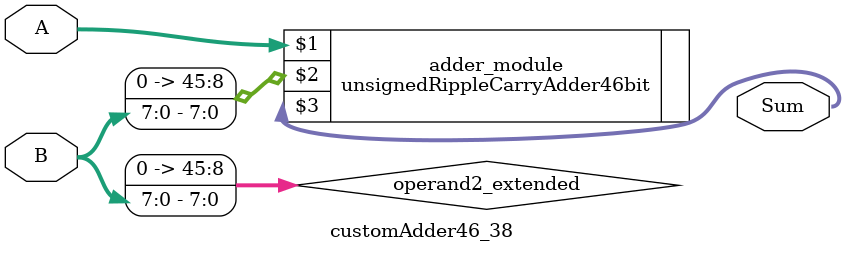
<source format=v>
module customAdder46_38(
                        input [45 : 0] A,
                        input [7 : 0] B,
                        
                        output [46 : 0] Sum
                );

        wire [45 : 0] operand2_extended;
        
        assign operand2_extended =  {38'b0, B};
        
        unsignedRippleCarryAdder46bit adder_module(
            A,
            operand2_extended,
            Sum
        );
        
        endmodule
        
</source>
